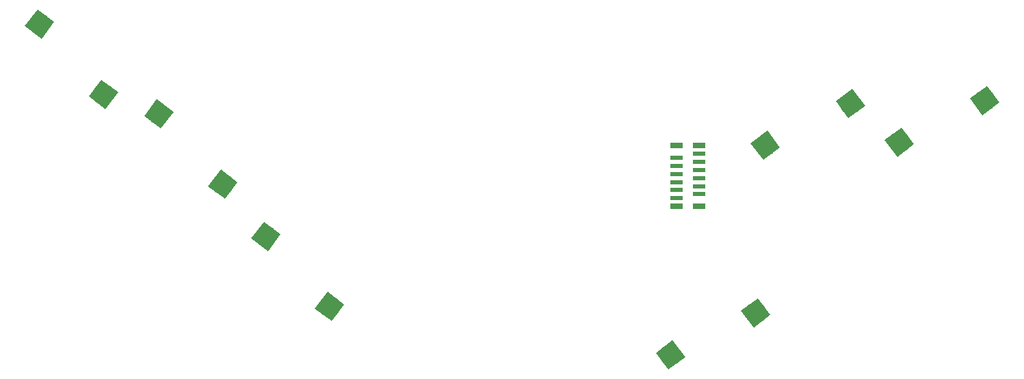
<source format=gbr>
G04 #@! TF.GenerationSoftware,KiCad,Pcbnew,(5.1.4)-1*
G04 #@! TF.CreationDate,2024-04-24T20:57:57-04:00*
G04 #@! TF.ProjectId,ThumbsUp,5468756d-6273-4557-902e-6b696361645f,rev?*
G04 #@! TF.SameCoordinates,Original*
G04 #@! TF.FileFunction,Paste,Bot*
G04 #@! TF.FilePolarity,Positive*
%FSLAX46Y46*%
G04 Gerber Fmt 4.6, Leading zero omitted, Abs format (unit mm)*
G04 Created by KiCad (PCBNEW (5.1.4)-1) date 2024-04-24 20:57:57*
%MOMM*%
%LPD*%
G04 APERTURE LIST*
%ADD10C,2.600000*%
%ADD11C,0.100000*%
%ADD12R,1.500000X0.600000*%
%ADD13R,1.500000X0.800000*%
G04 APERTURE END LIST*
D10*
X389646331Y-31130937D03*
D11*
G36*
X389390464Y-32951523D02*
G01*
X387825745Y-30875070D01*
X389902198Y-29310351D01*
X391466917Y-31386804D01*
X389390464Y-32951523D01*
X389390464Y-32951523D01*
G37*
D10*
X379098097Y-36324902D03*
D11*
G36*
X378842230Y-38145488D02*
G01*
X377277511Y-36069035D01*
X379353964Y-34504316D01*
X380918683Y-36580769D01*
X378842230Y-38145488D01*
X378842230Y-38145488D01*
G37*
D10*
X329015268Y-21627175D03*
D11*
G36*
X330835854Y-21371308D02*
G01*
X329271135Y-23447761D01*
X327194682Y-21883042D01*
X328759401Y-19806589D01*
X330835854Y-21371308D01*
X330835854Y-21371308D01*
G37*
D10*
X336915515Y-30335136D03*
D11*
G36*
X338736101Y-30079269D02*
G01*
X337171382Y-32155722D01*
X335094929Y-30591003D01*
X336659648Y-28514550D01*
X338736101Y-30079269D01*
X338736101Y-30079269D01*
G37*
D10*
X390818700Y-10347702D03*
D11*
G36*
X391074567Y-8527116D02*
G01*
X392639286Y-10603569D01*
X390562833Y-12168288D01*
X388998114Y-10091835D01*
X391074567Y-8527116D01*
X391074567Y-8527116D01*
G37*
D10*
X401366934Y-5153737D03*
D11*
G36*
X401622801Y-3333151D02*
G01*
X403187520Y-5409604D01*
X401111067Y-6974323D01*
X399546348Y-4897870D01*
X401622801Y-3333151D01*
X401622801Y-3333151D01*
G37*
D10*
X417986119Y-4775998D03*
D11*
G36*
X417730252Y-6596584D02*
G01*
X416165533Y-4520131D01*
X418241986Y-2955412D01*
X419806705Y-5031865D01*
X417730252Y-6596584D01*
X417730252Y-6596584D01*
G37*
D10*
X407437885Y-9969963D03*
D11*
G36*
X407182018Y-11790549D02*
G01*
X405617299Y-9714096D01*
X407693752Y-8149377D01*
X409258471Y-10225830D01*
X407182018Y-11790549D01*
X407182018Y-11790549D01*
G37*
D10*
X300997775Y4695162D03*
D11*
G36*
X302818361Y4951029D02*
G01*
X301253642Y2874576D01*
X299177189Y4439295D01*
X300741908Y6515748D01*
X302818361Y4951029D01*
X302818361Y4951029D01*
G37*
D10*
X308898022Y-4012799D03*
D11*
G36*
X310718608Y-3756932D02*
G01*
X309153889Y-5833385D01*
X307077436Y-4268666D01*
X308642155Y-2192213D01*
X310718608Y-3756932D01*
X310718608Y-3756932D01*
G37*
D10*
X315772532Y-6438415D03*
D11*
G36*
X317593118Y-6182548D02*
G01*
X316028399Y-8259001D01*
X313951946Y-6694282D01*
X315516665Y-4617829D01*
X317593118Y-6182548D01*
X317593118Y-6182548D01*
G37*
D10*
X323672779Y-15146376D03*
D11*
G36*
X325493365Y-14890509D02*
G01*
X323928646Y-16966962D01*
X321852193Y-15402243D01*
X323416912Y-13325790D01*
X325493365Y-14890509D01*
X325493365Y-14890509D01*
G37*
D12*
X382650000Y-11400000D03*
X379850000Y-11900000D03*
X382650000Y-12400000D03*
X379850000Y-12900000D03*
X382650000Y-13400000D03*
X379850000Y-13900000D03*
X382650000Y-14400000D03*
X379850000Y-14900000D03*
X382650000Y-15400000D03*
X379850000Y-15900000D03*
X382650000Y-16400000D03*
X379850000Y-16900000D03*
D13*
X382650000Y-10400000D03*
X379850000Y-10400000D03*
X382650000Y-17900000D03*
X379850000Y-17900000D03*
M02*

</source>
